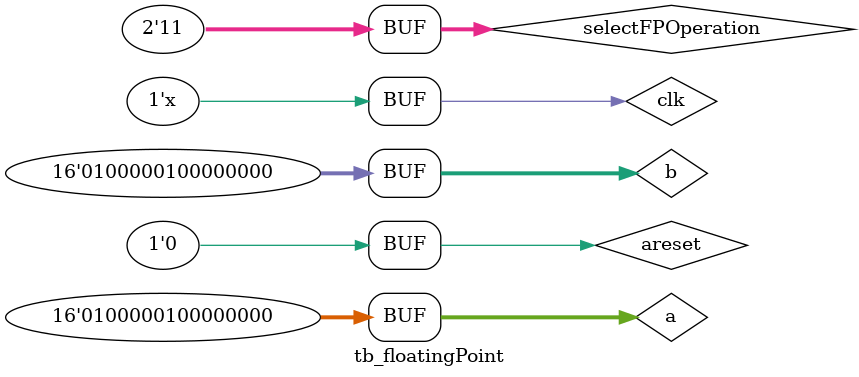
<source format=v>
`timescale 1 ps / 1 ps
module tb_floatingPoint;

        reg clk;
		reg areset;
		reg [15:0] a;
		reg [15:0] b;
		reg [1:0] selectFPOperation;
		wire [15:0] fpResult;  //  opSel.opSel

floatingPoint UUT (
	 	.clk(clk),
		.areset(areset),
		.a(a),
		.b(b),
		.selectFPOperation(selectFPOperation),
		.fpResult(fpResult)  //  opSel.opSel
	);

localparam CLK_PERIOD = 10;
	always #(CLK_PERIOD/2) clk=~clk;

	initial begin
        clk <= 0;
		areset <= 0;
		a <= 0;
		b <= 0;
		selectFPOperation <= 2'b00; 
        
        // teting adding
        #CLK_PERIOD;
        a = 16'h4100;
        b = a;

        #CLK_PERIOD;
        #CLK_PERIOD;
        #CLK_PERIOD;

        //testing sub
        selectFPOperation <= 2'b01;

        #CLK_PERIOD;
        #CLK_PERIOD;
        #CLK_PERIOD;

        //testing multiplication
        selectFPOperation <= 2'b10;

        #CLK_PERIOD;
        #CLK_PERIOD;
        #CLK_PERIOD;

        //testing divide
        selectFPOperation <= 2'b11;

       


        
    end

endmodule
</source>
